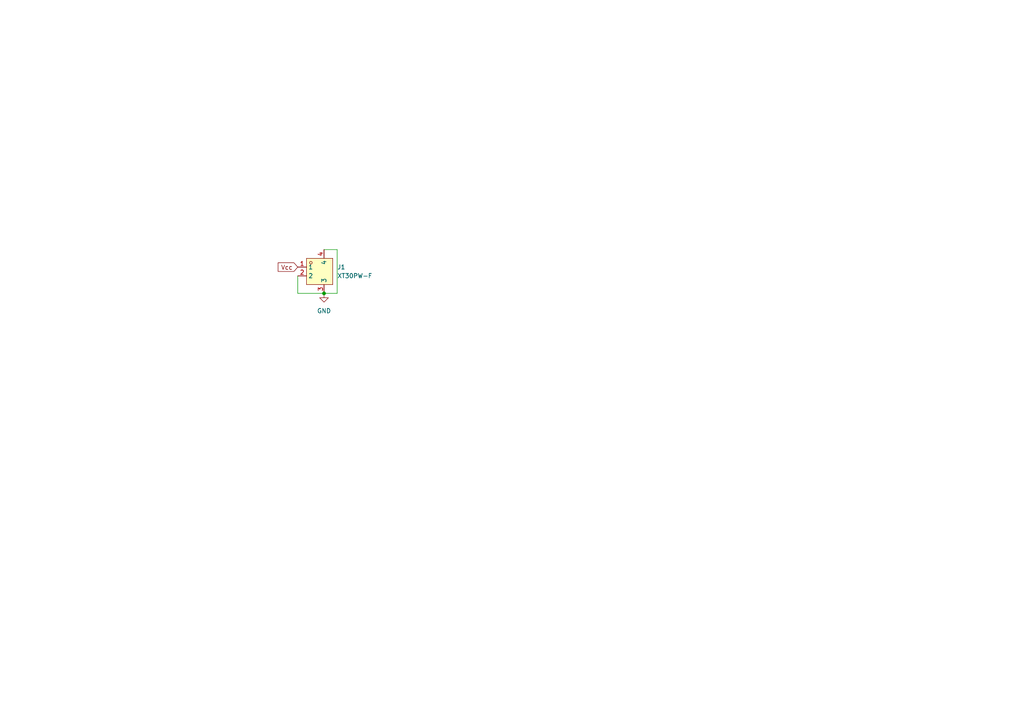
<source format=kicad_sch>
(kicad_sch (version 20211123) (generator eeschema)
  (paper "A4")
  (lib_symbols
    (symbol "New_Library:XT30PW-F"
      (property "Reference" "J" (at 0 11.43 0))
      (property "Value" "XT30PW-F" (at 0 -11.43 0))
      (symbol "XT30PW-F_0_1"
        (rectangle (start -2.54 3.81) (end 5.08 -3.81) (fill (type background)))
        (circle (center -1.27 2.54) (radius 0.38))
        (pin unspecified line (at -5.08 1.27 0) (length 2.54) (name "1") (number "1"))
        (pin unspecified line (at -5.08 -1.27 0) (length 2.54) (name "2") (number "2"))
        (pin unspecified line (at 2.54 -6.35 90) (length 2.54) (name "3") (number "3"))
        (pin unspecified line (at 2.54 6.35 270) (length 2.54) (name "4") (number "4"))
      )
    )
    (symbol "power:GND" (power) (pin_names (offset 0))
      (property "Value" "GND" (at 0 -3.81 0))
      (symbol "GND_0_1"
        (polyline (pts (xy 0 0) (xy 0 -1.27) (xy 1.27 -1.27) (xy 0 -2.54) (xy -1.27 -1.27) (xy 0 -1.27)))
      )
      (symbol "GND_1_1"
        (pin power_in line (at 0 0 270) (length 0) hide (name "GND") (number "1"))
      )
    )
  )
  (junction (at 93.98 85.09))
  (wire (pts (xy 86.36 85.09) (xy 93.98 85.09)))
  (wire (pts (xy 86.36 80.01) (xy 86.36 85.09)))
  (wire (pts (xy 97.79 72.39) (xy 97.79 85.09)))
  (wire (pts (xy 93.98 72.39) (xy 97.79 72.39)))
  (wire (pts (xy 97.79 85.09) (xy 93.98 85.09)))
  (global_label "Vcc" (shape input) (at 86.36 77.47 180) (property "Intersheet References" "${INTERSHEET_REFS}" (effects hide)))
  (symbol (lib_id "power:GND") (at 93.98 85.09 0) (unit 1)
    (property "Reference" "#PWR0101" (effects hide))
    (property "Value" "GND" (at 93.98 90.17 0))
  )
  (symbol (lib_id "New_Library:XT30PW-F") (at 91.44 78.74 0) (unit 1)
    (property "Reference" "J1" (at 97.79 77.4699 0) (effects (justify left)))
    (property "Value" "XT30PW-F" (at 97.79 80.0099 0) (effects (justify left)))
    (property "Footprint" "tinker:CONN-TH_XT30PW-F-1" (effects hide))
    (property "LCSC Part" "C2913282" (effects hide))
  )
)
</source>
